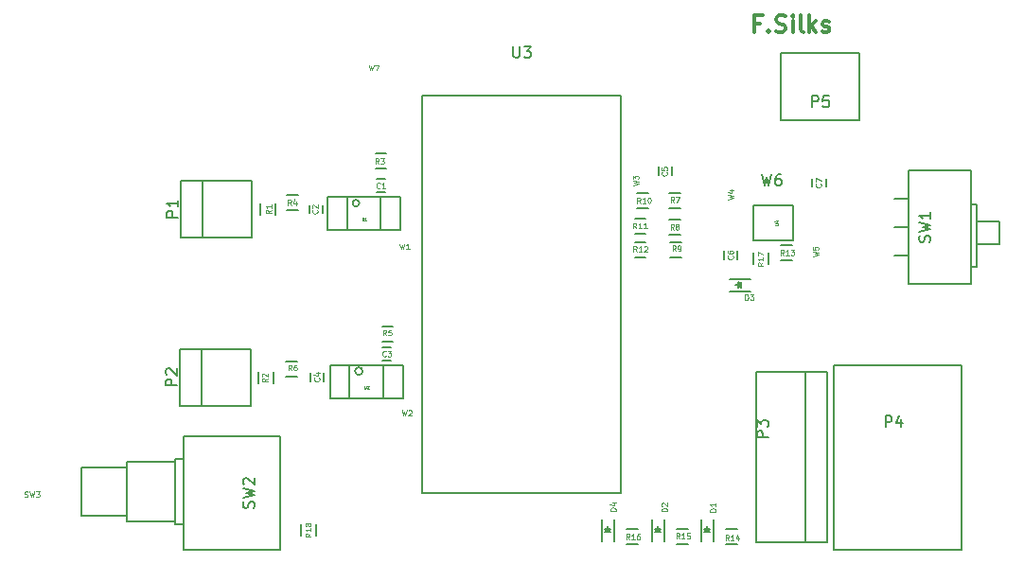
<source format=gbr>
G04 #@! TF.FileFunction,Legend,Top*
%FSLAX46Y46*%
G04 Gerber Fmt 4.6, Leading zero omitted, Abs format (unit mm)*
G04 Created by KiCad (PCBNEW 4.0.2+dfsg1-stable) date mar. 31 janv. 2017 18:36:30 CET*
%MOMM*%
G01*
G04 APERTURE LIST*
%ADD10C,0.050000*%
%ADD11C,0.300000*%
%ADD12C,0.200000*%
%ADD13C,0.150000*%
%ADD14C,0.048400*%
%ADD15C,0.060000*%
G04 APERTURE END LIST*
D10*
D11*
X21308572Y24237143D02*
X20808572Y24237143D01*
X20808572Y23451429D02*
X20808572Y24951429D01*
X21522858Y24951429D01*
X22094286Y23594286D02*
X22165714Y23522857D01*
X22094286Y23451429D01*
X22022857Y23522857D01*
X22094286Y23594286D01*
X22094286Y23451429D01*
X22737143Y23522857D02*
X22951429Y23451429D01*
X23308572Y23451429D01*
X23451429Y23522857D01*
X23522858Y23594286D01*
X23594286Y23737143D01*
X23594286Y23880000D01*
X23522858Y24022857D01*
X23451429Y24094286D01*
X23308572Y24165714D01*
X23022858Y24237143D01*
X22880000Y24308571D01*
X22808572Y24380000D01*
X22737143Y24522857D01*
X22737143Y24665714D01*
X22808572Y24808571D01*
X22880000Y24880000D01*
X23022858Y24951429D01*
X23380000Y24951429D01*
X23594286Y24880000D01*
X24237143Y23451429D02*
X24237143Y24451429D01*
X24237143Y24951429D02*
X24165714Y24880000D01*
X24237143Y24808571D01*
X24308571Y24880000D01*
X24237143Y24951429D01*
X24237143Y24808571D01*
X25165715Y23451429D02*
X25022857Y23522857D01*
X24951429Y23665714D01*
X24951429Y24951429D01*
X25737143Y23451429D02*
X25737143Y24951429D01*
X25880000Y24022857D02*
X26308571Y23451429D01*
X26308571Y24451429D02*
X25737143Y23880000D01*
X26880000Y23522857D02*
X27022857Y23451429D01*
X27308572Y23451429D01*
X27451429Y23522857D01*
X27522857Y23665714D01*
X27522857Y23737143D01*
X27451429Y23880000D01*
X27308572Y23951429D01*
X27094286Y23951429D01*
X26951429Y24022857D01*
X26880000Y24165714D01*
X26880000Y24237143D01*
X26951429Y24380000D01*
X27094286Y24451429D01*
X27308572Y24451429D01*
X27451429Y24380000D01*
D12*
X-14240722Y-6883400D02*
G75*
G03X-14240722Y-6883400I-338878J0D01*
G01*
X-14527743Y8153400D02*
G75*
G03X-14527743Y8153400I-305857J0D01*
G01*
D13*
X23200000Y4385000D02*
X24200000Y4385000D01*
X24200000Y3035000D02*
X23200000Y3035000D01*
X-12950000Y10310000D02*
X-12250000Y10310000D01*
X-12250000Y9110000D02*
X-12950000Y9110000D01*
X-17800000Y7960000D02*
X-17800000Y7260000D01*
X-19000000Y7260000D02*
X-19000000Y7960000D01*
X-12450000Y-4725000D02*
X-11750000Y-4725000D01*
X-11750000Y-5925000D02*
X-12450000Y-5925000D01*
X-17700000Y-7075000D02*
X-17700000Y-7775000D01*
X-18900000Y-7775000D02*
X-18900000Y-7075000D01*
X13427000Y11399000D02*
X13427000Y10699000D01*
X12227000Y10699000D02*
X12227000Y11399000D01*
X19300000Y3860000D02*
X19300000Y3160000D01*
X18100000Y3160000D02*
X18100000Y3860000D01*
X27200000Y10360000D02*
X27200000Y9660000D01*
X26000000Y9660000D02*
X26000000Y10360000D01*
X17150000Y-22090000D02*
X17150000Y-20190000D01*
X16050000Y-22090000D02*
X16050000Y-20190000D01*
X16600000Y-21190000D02*
X16600000Y-20740000D01*
X16350000Y-21240000D02*
X16850000Y-21240000D01*
X16600000Y-21240000D02*
X16350000Y-20990000D01*
X16350000Y-20990000D02*
X16850000Y-20990000D01*
X16850000Y-20990000D02*
X16600000Y-21240000D01*
X12750000Y-22090000D02*
X12750000Y-20190000D01*
X11650000Y-22090000D02*
X11650000Y-20190000D01*
X12200000Y-21190000D02*
X12200000Y-20740000D01*
X11950000Y-21240000D02*
X12450000Y-21240000D01*
X12200000Y-21240000D02*
X11950000Y-20990000D01*
X11950000Y-20990000D02*
X12450000Y-20990000D01*
X12450000Y-20990000D02*
X12200000Y-21240000D01*
X20500000Y1360000D02*
X18600000Y1360000D01*
X20500000Y260000D02*
X18600000Y260000D01*
X19600000Y810000D02*
X19150000Y810000D01*
X19650000Y560000D02*
X19650000Y1060000D01*
X19650000Y810000D02*
X19400000Y560000D01*
X19400000Y560000D02*
X19400000Y1060000D01*
X19400000Y1060000D02*
X19650000Y810000D01*
X8250000Y-22090000D02*
X8250000Y-20190000D01*
X7150000Y-22090000D02*
X7150000Y-20190000D01*
X7700000Y-21190000D02*
X7700000Y-20740000D01*
X7450000Y-21240000D02*
X7950000Y-21240000D01*
X7700000Y-21240000D02*
X7450000Y-20990000D01*
X7450000Y-20990000D02*
X7950000Y-20990000D01*
X7950000Y-20990000D02*
X7700000Y-21240000D01*
X-28575000Y10160000D02*
X-28575000Y5080000D01*
X-24130000Y10160000D02*
X-24130000Y5080000D01*
X-30480000Y5080000D02*
X-30480000Y10160000D01*
X-30480000Y5080000D02*
X-24130000Y5080000D01*
X-30480000Y10160000D02*
X-24130000Y10160000D01*
X-28670000Y-4885000D02*
X-28670000Y-9965000D01*
X-24225000Y-4885000D02*
X-24225000Y-9965000D01*
X-30575000Y-9965000D02*
X-30575000Y-4885000D01*
X-30575000Y-9965000D02*
X-24225000Y-9965000D01*
X-30575000Y-4885000D02*
X-24225000Y-4885000D01*
X20955000Y-14605000D02*
X20955000Y-22225000D01*
X25400000Y-14605000D02*
X25400000Y-22225000D01*
X27305000Y-14605000D02*
X27305000Y-22225000D01*
X27305000Y-6985000D02*
X20955000Y-6985000D01*
X27305000Y-22225000D02*
X20955000Y-22225000D01*
X25400000Y-14605000D02*
X25400000Y-6985000D01*
X27305000Y-6985000D02*
X27305000Y-14605000D01*
X20955000Y-14605000D02*
X20955000Y-6985000D01*
X23170000Y21550000D02*
X30170000Y21550000D01*
X30170000Y21550000D02*
X30170000Y15550000D01*
X30170000Y15550000D02*
X23170000Y15550000D01*
X23170000Y15550000D02*
X23170000Y21550000D01*
X-23375000Y7110000D02*
X-23375000Y8110000D01*
X-22025000Y8110000D02*
X-22025000Y7110000D01*
X-23575000Y-7925000D02*
X-23575000Y-6925000D01*
X-22225000Y-6925000D02*
X-22225000Y-7925000D01*
X-13100000Y12585000D02*
X-12100000Y12585000D01*
X-12100000Y11235000D02*
X-13100000Y11235000D01*
X-21000000Y8885000D02*
X-20000000Y8885000D01*
X-20000000Y7535000D02*
X-21000000Y7535000D01*
X-12500000Y-2850000D02*
X-11500000Y-2850000D01*
X-11500000Y-4200000D02*
X-12500000Y-4200000D01*
X-21100000Y-6050000D02*
X-20100000Y-6050000D01*
X-20100000Y-7400000D02*
X-21100000Y-7400000D01*
X13200000Y9085000D02*
X14200000Y9085000D01*
X14200000Y7735000D02*
X13200000Y7735000D01*
X13200000Y6685000D02*
X14200000Y6685000D01*
X14200000Y5335000D02*
X13200000Y5335000D01*
X13300000Y4685000D02*
X14300000Y4685000D01*
X14300000Y3335000D02*
X13300000Y3335000D01*
X11300000Y7735000D02*
X10300000Y7735000D01*
X10300000Y9085000D02*
X11300000Y9085000D01*
X11100000Y5435000D02*
X10100000Y5435000D01*
X10100000Y6785000D02*
X11100000Y6785000D01*
X11100000Y3335000D02*
X10100000Y3335000D01*
X10100000Y4685000D02*
X11100000Y4685000D01*
X18300000Y-21015000D02*
X19300000Y-21015000D01*
X19300000Y-22365000D02*
X18300000Y-22365000D01*
X13900000Y-21015000D02*
X14900000Y-21015000D01*
X14900000Y-22365000D02*
X13900000Y-22365000D01*
X9400000Y-21015000D02*
X10400000Y-21015000D01*
X10400000Y-22365000D02*
X9400000Y-22365000D01*
X22075000Y3710000D02*
X22075000Y2710000D01*
X20725000Y2710000D02*
X20725000Y3710000D01*
X-15600000Y8710000D02*
X-15600000Y5710000D01*
X-12600000Y8710000D02*
X-12600000Y5710000D01*
X-10850000Y5710000D02*
X-17350000Y5710000D01*
X-17350000Y8710000D02*
X-10850000Y8710000D01*
X-17350000Y8710000D02*
X-17350000Y5710000D01*
X-10850000Y8710000D02*
X-10850000Y5710000D01*
X-15400000Y-6325000D02*
X-15400000Y-9325000D01*
X-12400000Y-6325000D02*
X-12400000Y-9325000D01*
X-10650000Y-9325000D02*
X-17150000Y-9325000D01*
X-17150000Y-6325000D02*
X-10650000Y-6325000D01*
X-17150000Y-6325000D02*
X-17150000Y-9325000D01*
X-10650000Y-6325000D02*
X-10650000Y-9325000D01*
X20700000Y4830000D02*
X20700000Y7930000D01*
X20700000Y7930000D02*
X24300000Y7930000D01*
X24300000Y7930000D02*
X24300000Y4830000D01*
X24300000Y4830000D02*
X20700000Y4830000D01*
X-19750400Y-21556600D02*
X-19750400Y-20556600D01*
X-18400400Y-20556600D02*
X-18400400Y-21556600D01*
X-39370000Y-15494000D02*
X-39370000Y-19812000D01*
X-30226000Y-12700000D02*
X-21590000Y-12700000D01*
X-21590000Y-22860000D02*
X-30226000Y-22860000D01*
X-35306000Y-19812000D02*
X-39370000Y-19812000D01*
X-35306000Y-15494000D02*
X-39370000Y-15494000D01*
X-30988000Y-14986000D02*
X-35306000Y-14986000D01*
X-35306000Y-14986000D02*
X-35306000Y-20320000D01*
X-35306000Y-20320000D02*
X-30988000Y-20320000D01*
X-30480000Y-14732000D02*
X-30226000Y-14732000D01*
X-30988000Y-20320000D02*
X-30988000Y-20574000D01*
X-30988000Y-20574000D02*
X-30226000Y-20574000D01*
X-30480000Y-14732000D02*
X-30988000Y-14732000D01*
X-30988000Y-14732000D02*
X-30988000Y-20320000D01*
X-30226000Y-12700000D02*
X-30226000Y-22860000D01*
X-21590000Y-12700000D02*
X-21590000Y-22860000D01*
X40158000Y11090000D02*
X40158000Y930000D01*
X34570000Y930000D02*
X34570000Y11090000D01*
X40666000Y6518000D02*
X42698000Y6518000D01*
X40666000Y4486000D02*
X42698000Y4486000D01*
X40158000Y2454000D02*
X40666000Y2454000D01*
X40666000Y2454000D02*
X40666000Y8042000D01*
X40666000Y8042000D02*
X40158000Y8042000D01*
X42698000Y4486000D02*
X42698000Y6518000D01*
X33300000Y8550000D02*
X34570000Y8550000D01*
X33300000Y6010000D02*
X34570000Y6010000D01*
X33300000Y3470000D02*
X34570000Y3470000D01*
X34570000Y11090000D02*
X40158000Y11090000D01*
X34570000Y930000D02*
X40158000Y930000D01*
X-8890000Y17780000D02*
X8890000Y17780000D01*
X8890000Y17780000D02*
X8890000Y-17780000D01*
X8890000Y-17780000D02*
X-8890000Y-17780000D01*
X-8890000Y-17780000D02*
X-8890000Y17780000D01*
X39370000Y-6350000D02*
X27940000Y-6350000D01*
X27940000Y-6350000D02*
X27940000Y-22860000D01*
X27940000Y-22860000D02*
X39370000Y-22860000D01*
X39370000Y-22860000D02*
X39370000Y-6350000D01*
D14*
X23434515Y3487429D02*
X23270515Y3721714D01*
X23153372Y3487429D02*
X23153372Y3979429D01*
X23340800Y3979429D01*
X23387658Y3956000D01*
X23411086Y3932571D01*
X23434515Y3885714D01*
X23434515Y3815429D01*
X23411086Y3768571D01*
X23387658Y3745143D01*
X23340800Y3721714D01*
X23153372Y3721714D01*
X23903086Y3487429D02*
X23621943Y3487429D01*
X23762515Y3487429D02*
X23762515Y3979429D01*
X23715658Y3909143D01*
X23668800Y3862286D01*
X23621943Y3838857D01*
X24067086Y3979429D02*
X24371657Y3979429D01*
X24207657Y3792000D01*
X24277943Y3792000D01*
X24324800Y3768571D01*
X24348229Y3745143D01*
X24371657Y3698286D01*
X24371657Y3581143D01*
X24348229Y3534286D01*
X24324800Y3510857D01*
X24277943Y3487429D01*
X24137371Y3487429D01*
X24090514Y3510857D01*
X24067086Y3534286D01*
X-12681999Y9534286D02*
X-12705428Y9510857D01*
X-12775714Y9487429D01*
X-12822571Y9487429D01*
X-12892856Y9510857D01*
X-12939714Y9557714D01*
X-12963142Y9604571D01*
X-12986571Y9698286D01*
X-12986571Y9768571D01*
X-12963142Y9862286D01*
X-12939714Y9909143D01*
X-12892856Y9956000D01*
X-12822571Y9979429D01*
X-12775714Y9979429D01*
X-12705428Y9956000D01*
X-12681999Y9932571D01*
X-12213428Y9487429D02*
X-12494571Y9487429D01*
X-12353999Y9487429D02*
X-12353999Y9979429D01*
X-12400856Y9909143D01*
X-12447714Y9862286D01*
X-12494571Y9838857D01*
X-18314286Y7528001D02*
X-18290857Y7504572D01*
X-18267429Y7434286D01*
X-18267429Y7387429D01*
X-18290857Y7317144D01*
X-18337714Y7270286D01*
X-18384571Y7246858D01*
X-18478286Y7223429D01*
X-18548571Y7223429D01*
X-18642286Y7246858D01*
X-18689143Y7270286D01*
X-18736000Y7317144D01*
X-18759429Y7387429D01*
X-18759429Y7434286D01*
X-18736000Y7504572D01*
X-18712571Y7528001D01*
X-18712571Y7715429D02*
X-18736000Y7738858D01*
X-18759429Y7785715D01*
X-18759429Y7902858D01*
X-18736000Y7949715D01*
X-18712571Y7973144D01*
X-18665714Y7996572D01*
X-18618857Y7996572D01*
X-18548571Y7973144D01*
X-18267429Y7692001D01*
X-18267429Y7996572D01*
X-12161999Y-5520714D02*
X-12185428Y-5544143D01*
X-12255714Y-5567571D01*
X-12302571Y-5567571D01*
X-12372856Y-5544143D01*
X-12419714Y-5497286D01*
X-12443142Y-5450429D01*
X-12466571Y-5356714D01*
X-12466571Y-5286429D01*
X-12443142Y-5192714D01*
X-12419714Y-5145857D01*
X-12372856Y-5099000D01*
X-12302571Y-5075571D01*
X-12255714Y-5075571D01*
X-12185428Y-5099000D01*
X-12161999Y-5122429D01*
X-11997999Y-5075571D02*
X-11693428Y-5075571D01*
X-11857428Y-5263000D01*
X-11787142Y-5263000D01*
X-11740285Y-5286429D01*
X-11716856Y-5309857D01*
X-11693428Y-5356714D01*
X-11693428Y-5473857D01*
X-11716856Y-5520714D01*
X-11740285Y-5544143D01*
X-11787142Y-5567571D01*
X-11927714Y-5567571D01*
X-11974571Y-5544143D01*
X-11997999Y-5520714D01*
X-18144286Y-7476999D02*
X-18120857Y-7500428D01*
X-18097429Y-7570714D01*
X-18097429Y-7617571D01*
X-18120857Y-7687856D01*
X-18167714Y-7734714D01*
X-18214571Y-7758142D01*
X-18308286Y-7781571D01*
X-18378571Y-7781571D01*
X-18472286Y-7758142D01*
X-18519143Y-7734714D01*
X-18566000Y-7687856D01*
X-18589429Y-7617571D01*
X-18589429Y-7570714D01*
X-18566000Y-7500428D01*
X-18542571Y-7476999D01*
X-18425429Y-7055285D02*
X-18097429Y-7055285D01*
X-18612857Y-7172428D02*
X-18261429Y-7289571D01*
X-18261429Y-6984999D01*
X12951914Y10916201D02*
X12975343Y10892772D01*
X12998771Y10822486D01*
X12998771Y10775629D01*
X12975343Y10705344D01*
X12928486Y10658486D01*
X12881629Y10635058D01*
X12787914Y10611629D01*
X12717629Y10611629D01*
X12623914Y10635058D01*
X12577057Y10658486D01*
X12530200Y10705344D01*
X12506771Y10775629D01*
X12506771Y10822486D01*
X12530200Y10892772D01*
X12553629Y10916201D01*
X12506771Y11361344D02*
X12506771Y11127058D01*
X12741057Y11103629D01*
X12717629Y11127058D01*
X12694200Y11173915D01*
X12694200Y11291058D01*
X12717629Y11337915D01*
X12741057Y11361344D01*
X12787914Y11384772D01*
X12905057Y11384772D01*
X12951914Y11361344D01*
X12975343Y11337915D01*
X12998771Y11291058D01*
X12998771Y11173915D01*
X12975343Y11127058D01*
X12951914Y11103629D01*
X18865714Y3448001D02*
X18889143Y3424572D01*
X18912571Y3354286D01*
X18912571Y3307429D01*
X18889143Y3237144D01*
X18842286Y3190286D01*
X18795429Y3166858D01*
X18701714Y3143429D01*
X18631429Y3143429D01*
X18537714Y3166858D01*
X18490857Y3190286D01*
X18444000Y3237144D01*
X18420571Y3307429D01*
X18420571Y3354286D01*
X18444000Y3424572D01*
X18467429Y3448001D01*
X18420571Y3869715D02*
X18420571Y3776001D01*
X18444000Y3729144D01*
X18467429Y3705715D01*
X18537714Y3658858D01*
X18631429Y3635429D01*
X18818857Y3635429D01*
X18865714Y3658858D01*
X18889143Y3682286D01*
X18912571Y3729144D01*
X18912571Y3822858D01*
X18889143Y3869715D01*
X18865714Y3893144D01*
X18818857Y3916572D01*
X18701714Y3916572D01*
X18654857Y3893144D01*
X18631429Y3869715D01*
X18608000Y3822858D01*
X18608000Y3729144D01*
X18631429Y3682286D01*
X18654857Y3658858D01*
X18701714Y3635429D01*
X26725714Y9878001D02*
X26749143Y9854572D01*
X26772571Y9784286D01*
X26772571Y9737429D01*
X26749143Y9667144D01*
X26702286Y9620286D01*
X26655429Y9596858D01*
X26561714Y9573429D01*
X26491429Y9573429D01*
X26397714Y9596858D01*
X26350857Y9620286D01*
X26304000Y9667144D01*
X26280571Y9737429D01*
X26280571Y9784286D01*
X26304000Y9854572D01*
X26327429Y9878001D01*
X26280571Y10042001D02*
X26280571Y10370001D01*
X26772571Y10159144D01*
X17355971Y-19448142D02*
X16863971Y-19448142D01*
X16863971Y-19330999D01*
X16887400Y-19260714D01*
X16934257Y-19213856D01*
X16981114Y-19190428D01*
X17074829Y-19166999D01*
X17145114Y-19166999D01*
X17238829Y-19190428D01*
X17285686Y-19213856D01*
X17332543Y-19260714D01*
X17355971Y-19330999D01*
X17355971Y-19448142D01*
X17355971Y-18698428D02*
X17355971Y-18979571D01*
X17355971Y-18838999D02*
X16863971Y-18838999D01*
X16934257Y-18885856D01*
X16981114Y-18932714D01*
X17004543Y-18979571D01*
X13006771Y-19422742D02*
X12514771Y-19422742D01*
X12514771Y-19305599D01*
X12538200Y-19235314D01*
X12585057Y-19188456D01*
X12631914Y-19165028D01*
X12725629Y-19141599D01*
X12795914Y-19141599D01*
X12889629Y-19165028D01*
X12936486Y-19188456D01*
X12983343Y-19235314D01*
X13006771Y-19305599D01*
X13006771Y-19422742D01*
X12561629Y-18954171D02*
X12538200Y-18930742D01*
X12514771Y-18883885D01*
X12514771Y-18766742D01*
X12538200Y-18719885D01*
X12561629Y-18696456D01*
X12608486Y-18673028D01*
X12655343Y-18673028D01*
X12725629Y-18696456D01*
X13006771Y-18977599D01*
X13006771Y-18673028D01*
X19986858Y-512571D02*
X19986858Y-20571D01*
X20104001Y-20571D01*
X20174286Y-44000D01*
X20221144Y-90857D01*
X20244572Y-137714D01*
X20268001Y-231429D01*
X20268001Y-301714D01*
X20244572Y-395429D01*
X20221144Y-442286D01*
X20174286Y-489143D01*
X20104001Y-512571D01*
X19986858Y-512571D01*
X20432001Y-20571D02*
X20736572Y-20571D01*
X20572572Y-208000D01*
X20642858Y-208000D01*
X20689715Y-231429D01*
X20713144Y-254857D01*
X20736572Y-301714D01*
X20736572Y-418857D01*
X20713144Y-465714D01*
X20689715Y-489143D01*
X20642858Y-512571D01*
X20502286Y-512571D01*
X20455429Y-489143D01*
X20432001Y-465714D01*
X8405171Y-19371942D02*
X7913171Y-19371942D01*
X7913171Y-19254799D01*
X7936600Y-19184514D01*
X7983457Y-19137656D01*
X8030314Y-19114228D01*
X8124029Y-19090799D01*
X8194314Y-19090799D01*
X8288029Y-19114228D01*
X8334886Y-19137656D01*
X8381743Y-19184514D01*
X8405171Y-19254799D01*
X8405171Y-19371942D01*
X8077171Y-18669085D02*
X8405171Y-18669085D01*
X7889743Y-18786228D02*
X8241171Y-18903371D01*
X8241171Y-18598799D01*
D13*
X-30752619Y6881905D02*
X-31752619Y6881905D01*
X-31752619Y7262858D01*
X-31705000Y7358096D01*
X-31657381Y7405715D01*
X-31562143Y7453334D01*
X-31419286Y7453334D01*
X-31324048Y7405715D01*
X-31276429Y7358096D01*
X-31228810Y7262858D01*
X-31228810Y6881905D01*
X-30752619Y8405715D02*
X-30752619Y7834286D01*
X-30752619Y8120000D02*
X-31752619Y8120000D01*
X-31609762Y8024762D01*
X-31514524Y7929524D01*
X-31466905Y7834286D01*
X-30847619Y-8163095D02*
X-31847619Y-8163095D01*
X-31847619Y-7782142D01*
X-31800000Y-7686904D01*
X-31752381Y-7639285D01*
X-31657143Y-7591666D01*
X-31514286Y-7591666D01*
X-31419048Y-7639285D01*
X-31371429Y-7686904D01*
X-31323810Y-7782142D01*
X-31323810Y-8163095D01*
X-31752381Y-7210714D02*
X-31800000Y-7163095D01*
X-31847619Y-7067857D01*
X-31847619Y-6829761D01*
X-31800000Y-6734523D01*
X-31752381Y-6686904D01*
X-31657143Y-6639285D01*
X-31561905Y-6639285D01*
X-31419048Y-6686904D01*
X-30847619Y-7258333D01*
X-30847619Y-6639285D01*
X22042381Y-12803095D02*
X21042381Y-12803095D01*
X21042381Y-12422142D01*
X21090000Y-12326904D01*
X21137619Y-12279285D01*
X21232857Y-12231666D01*
X21375714Y-12231666D01*
X21470952Y-12279285D01*
X21518571Y-12326904D01*
X21566190Y-12422142D01*
X21566190Y-12803095D01*
X21042381Y-11898333D02*
X21042381Y-11279285D01*
X21423333Y-11612619D01*
X21423333Y-11469761D01*
X21470952Y-11374523D01*
X21518571Y-11326904D01*
X21613810Y-11279285D01*
X21851905Y-11279285D01*
X21947143Y-11326904D01*
X21994762Y-11374523D01*
X22042381Y-11469761D01*
X22042381Y-11755476D01*
X21994762Y-11850714D01*
X21947143Y-11898333D01*
X25981905Y16747619D02*
X25981905Y17747619D01*
X26362858Y17747619D01*
X26458096Y17700000D01*
X26505715Y17652381D01*
X26553334Y17557143D01*
X26553334Y17414286D01*
X26505715Y17319048D01*
X26458096Y17271429D01*
X26362858Y17223810D01*
X25981905Y17223810D01*
X27458096Y17747619D02*
X26981905Y17747619D01*
X26934286Y17271429D01*
X26981905Y17319048D01*
X27077143Y17366667D01*
X27315239Y17366667D01*
X27410477Y17319048D01*
X27458096Y17271429D01*
X27505715Y17176190D01*
X27505715Y16938095D01*
X27458096Y16842857D01*
X27410477Y16795238D01*
X27315239Y16747619D01*
X27077143Y16747619D01*
X26981905Y16795238D01*
X26934286Y16842857D01*
D14*
X-22417429Y7528001D02*
X-22651714Y7364001D01*
X-22417429Y7246858D02*
X-22909429Y7246858D01*
X-22909429Y7434286D01*
X-22886000Y7481144D01*
X-22862571Y7504572D01*
X-22815714Y7528001D01*
X-22745429Y7528001D01*
X-22698571Y7504572D01*
X-22675143Y7481144D01*
X-22651714Y7434286D01*
X-22651714Y7246858D01*
X-22417429Y7996572D02*
X-22417429Y7715429D01*
X-22417429Y7856001D02*
X-22909429Y7856001D01*
X-22839143Y7809144D01*
X-22792286Y7762286D01*
X-22768857Y7715429D01*
X-22737429Y-7546999D02*
X-22971714Y-7710999D01*
X-22737429Y-7828142D02*
X-23229429Y-7828142D01*
X-23229429Y-7640714D01*
X-23206000Y-7593856D01*
X-23182571Y-7570428D01*
X-23135714Y-7546999D01*
X-23065429Y-7546999D01*
X-23018571Y-7570428D01*
X-22995143Y-7593856D01*
X-22971714Y-7640714D01*
X-22971714Y-7828142D01*
X-23182571Y-7359571D02*
X-23206000Y-7336142D01*
X-23229429Y-7289285D01*
X-23229429Y-7172142D01*
X-23206000Y-7125285D01*
X-23182571Y-7101856D01*
X-23135714Y-7078428D01*
X-23088857Y-7078428D01*
X-23018571Y-7101856D01*
X-22737429Y-7382999D01*
X-22737429Y-7078428D01*
X-12801999Y11657429D02*
X-12965999Y11891714D01*
X-13083142Y11657429D02*
X-13083142Y12149429D01*
X-12895714Y12149429D01*
X-12848856Y12126000D01*
X-12825428Y12102571D01*
X-12801999Y12055714D01*
X-12801999Y11985429D01*
X-12825428Y11938571D01*
X-12848856Y11915143D01*
X-12895714Y11891714D01*
X-13083142Y11891714D01*
X-12637999Y12149429D02*
X-12333428Y12149429D01*
X-12497428Y11962000D01*
X-12427142Y11962000D01*
X-12380285Y11938571D01*
X-12356856Y11915143D01*
X-12333428Y11868286D01*
X-12333428Y11751143D01*
X-12356856Y11704286D01*
X-12380285Y11680857D01*
X-12427142Y11657429D01*
X-12567714Y11657429D01*
X-12614571Y11680857D01*
X-12637999Y11704286D01*
X-20621999Y7987429D02*
X-20785999Y8221714D01*
X-20903142Y7987429D02*
X-20903142Y8479429D01*
X-20715714Y8479429D01*
X-20668856Y8456000D01*
X-20645428Y8432571D01*
X-20621999Y8385714D01*
X-20621999Y8315429D01*
X-20645428Y8268571D01*
X-20668856Y8245143D01*
X-20715714Y8221714D01*
X-20903142Y8221714D01*
X-20200285Y8315429D02*
X-20200285Y7987429D01*
X-20317428Y8502857D02*
X-20434571Y8151429D01*
X-20129999Y8151429D01*
X-12131999Y-3687571D02*
X-12295999Y-3453286D01*
X-12413142Y-3687571D02*
X-12413142Y-3195571D01*
X-12225714Y-3195571D01*
X-12178856Y-3219000D01*
X-12155428Y-3242429D01*
X-12131999Y-3289286D01*
X-12131999Y-3359571D01*
X-12155428Y-3406429D01*
X-12178856Y-3429857D01*
X-12225714Y-3453286D01*
X-12413142Y-3453286D01*
X-11686856Y-3195571D02*
X-11921142Y-3195571D01*
X-11944571Y-3429857D01*
X-11921142Y-3406429D01*
X-11874285Y-3383000D01*
X-11757142Y-3383000D01*
X-11710285Y-3406429D01*
X-11686856Y-3429857D01*
X-11663428Y-3476714D01*
X-11663428Y-3593857D01*
X-11686856Y-3640714D01*
X-11710285Y-3664143D01*
X-11757142Y-3687571D01*
X-11874285Y-3687571D01*
X-11921142Y-3664143D01*
X-11944571Y-3640714D01*
X-20581999Y-6817571D02*
X-20745999Y-6583286D01*
X-20863142Y-6817571D02*
X-20863142Y-6325571D01*
X-20675714Y-6325571D01*
X-20628856Y-6349000D01*
X-20605428Y-6372429D01*
X-20581999Y-6419286D01*
X-20581999Y-6489571D01*
X-20605428Y-6536429D01*
X-20628856Y-6559857D01*
X-20675714Y-6583286D01*
X-20863142Y-6583286D01*
X-20160285Y-6325571D02*
X-20253999Y-6325571D01*
X-20300856Y-6349000D01*
X-20324285Y-6372429D01*
X-20371142Y-6442714D01*
X-20394571Y-6536429D01*
X-20394571Y-6723857D01*
X-20371142Y-6770714D01*
X-20347714Y-6794143D01*
X-20300856Y-6817571D01*
X-20207142Y-6817571D01*
X-20160285Y-6794143D01*
X-20136856Y-6770714D01*
X-20113428Y-6723857D01*
X-20113428Y-6606714D01*
X-20136856Y-6559857D01*
X-20160285Y-6536429D01*
X-20207142Y-6513000D01*
X-20300856Y-6513000D01*
X-20347714Y-6536429D01*
X-20371142Y-6559857D01*
X-20394571Y-6606714D01*
X13618001Y8238229D02*
X13454001Y8472514D01*
X13336858Y8238229D02*
X13336858Y8730229D01*
X13524286Y8730229D01*
X13571144Y8706800D01*
X13594572Y8683371D01*
X13618001Y8636514D01*
X13618001Y8566229D01*
X13594572Y8519371D01*
X13571144Y8495943D01*
X13524286Y8472514D01*
X13336858Y8472514D01*
X13782001Y8730229D02*
X14110001Y8730229D01*
X13899144Y8238229D01*
X13592601Y5787429D02*
X13428601Y6021714D01*
X13311458Y5787429D02*
X13311458Y6279429D01*
X13498886Y6279429D01*
X13545744Y6256000D01*
X13569172Y6232571D01*
X13592601Y6185714D01*
X13592601Y6115429D01*
X13569172Y6068571D01*
X13545744Y6045143D01*
X13498886Y6021714D01*
X13311458Y6021714D01*
X13873744Y6068571D02*
X13826886Y6092000D01*
X13803458Y6115429D01*
X13780029Y6162286D01*
X13780029Y6185714D01*
X13803458Y6232571D01*
X13826886Y6256000D01*
X13873744Y6279429D01*
X13967458Y6279429D01*
X14014315Y6256000D01*
X14037744Y6232571D01*
X14061172Y6185714D01*
X14061172Y6162286D01*
X14037744Y6115429D01*
X14014315Y6092000D01*
X13967458Y6068571D01*
X13873744Y6068571D01*
X13826886Y6045143D01*
X13803458Y6021714D01*
X13780029Y5974857D01*
X13780029Y5881143D01*
X13803458Y5834286D01*
X13826886Y5810857D01*
X13873744Y5787429D01*
X13967458Y5787429D01*
X14014315Y5810857D01*
X14037744Y5834286D01*
X14061172Y5881143D01*
X14061172Y5974857D01*
X14037744Y6021714D01*
X14014315Y6045143D01*
X13967458Y6068571D01*
X13768801Y3863629D02*
X13604801Y4097914D01*
X13487658Y3863629D02*
X13487658Y4355629D01*
X13675086Y4355629D01*
X13721944Y4332200D01*
X13745372Y4308771D01*
X13768801Y4261914D01*
X13768801Y4191629D01*
X13745372Y4144771D01*
X13721944Y4121343D01*
X13675086Y4097914D01*
X13487658Y4097914D01*
X14003086Y3863629D02*
X14096801Y3863629D01*
X14143658Y3887057D01*
X14167086Y3910486D01*
X14213944Y3980771D01*
X14237372Y4074486D01*
X14237372Y4261914D01*
X14213944Y4308771D01*
X14190515Y4332200D01*
X14143658Y4355629D01*
X14049944Y4355629D01*
X14003086Y4332200D01*
X13979658Y4308771D01*
X13956229Y4261914D01*
X13956229Y4144771D01*
X13979658Y4097914D01*
X14003086Y4074486D01*
X14049944Y4051057D01*
X14143658Y4051057D01*
X14190515Y4074486D01*
X14213944Y4097914D01*
X14237372Y4144771D01*
X10610715Y8162029D02*
X10446715Y8396314D01*
X10329572Y8162029D02*
X10329572Y8654029D01*
X10517000Y8654029D01*
X10563858Y8630600D01*
X10587286Y8607171D01*
X10610715Y8560314D01*
X10610715Y8490029D01*
X10587286Y8443171D01*
X10563858Y8419743D01*
X10517000Y8396314D01*
X10329572Y8396314D01*
X11079286Y8162029D02*
X10798143Y8162029D01*
X10938715Y8162029D02*
X10938715Y8654029D01*
X10891858Y8583743D01*
X10845000Y8536886D01*
X10798143Y8513457D01*
X11383857Y8654029D02*
X11430714Y8654029D01*
X11477571Y8630600D01*
X11501000Y8607171D01*
X11524429Y8560314D01*
X11547857Y8466600D01*
X11547857Y8349457D01*
X11524429Y8255743D01*
X11501000Y8208886D01*
X11477571Y8185457D01*
X11430714Y8162029D01*
X11383857Y8162029D01*
X11337000Y8185457D01*
X11313571Y8208886D01*
X11290143Y8255743D01*
X11266714Y8349457D01*
X11266714Y8466600D01*
X11290143Y8560314D01*
X11313571Y8607171D01*
X11337000Y8630600D01*
X11383857Y8654029D01*
X10258315Y5887429D02*
X10094315Y6121714D01*
X9977172Y5887429D02*
X9977172Y6379429D01*
X10164600Y6379429D01*
X10211458Y6356000D01*
X10234886Y6332571D01*
X10258315Y6285714D01*
X10258315Y6215429D01*
X10234886Y6168571D01*
X10211458Y6145143D01*
X10164600Y6121714D01*
X9977172Y6121714D01*
X10726886Y5887429D02*
X10445743Y5887429D01*
X10586315Y5887429D02*
X10586315Y6379429D01*
X10539458Y6309143D01*
X10492600Y6262286D01*
X10445743Y6238857D01*
X11195457Y5887429D02*
X10914314Y5887429D01*
X11054886Y5887429D02*
X11054886Y6379429D01*
X11008029Y6309143D01*
X10961171Y6262286D01*
X10914314Y6238857D01*
X10283715Y3812829D02*
X10119715Y4047114D01*
X10002572Y3812829D02*
X10002572Y4304829D01*
X10190000Y4304829D01*
X10236858Y4281400D01*
X10260286Y4257971D01*
X10283715Y4211114D01*
X10283715Y4140829D01*
X10260286Y4093971D01*
X10236858Y4070543D01*
X10190000Y4047114D01*
X10002572Y4047114D01*
X10752286Y3812829D02*
X10471143Y3812829D01*
X10611715Y3812829D02*
X10611715Y4304829D01*
X10564858Y4234543D01*
X10518000Y4187686D01*
X10471143Y4164257D01*
X10939714Y4257971D02*
X10963143Y4281400D01*
X11010000Y4304829D01*
X11127143Y4304829D01*
X11174000Y4281400D01*
X11197429Y4257971D01*
X11220857Y4211114D01*
X11220857Y4164257D01*
X11197429Y4093971D01*
X10916286Y3812829D01*
X11220857Y3812829D01*
X18509115Y-22014171D02*
X18345115Y-21779886D01*
X18227972Y-22014171D02*
X18227972Y-21522171D01*
X18415400Y-21522171D01*
X18462258Y-21545600D01*
X18485686Y-21569029D01*
X18509115Y-21615886D01*
X18509115Y-21686171D01*
X18485686Y-21733029D01*
X18462258Y-21756457D01*
X18415400Y-21779886D01*
X18227972Y-21779886D01*
X18977686Y-22014171D02*
X18696543Y-22014171D01*
X18837115Y-22014171D02*
X18837115Y-21522171D01*
X18790258Y-21592457D01*
X18743400Y-21639314D01*
X18696543Y-21662743D01*
X19399400Y-21686171D02*
X19399400Y-22014171D01*
X19282257Y-21498743D02*
X19165114Y-21850171D01*
X19469686Y-21850171D01*
X14109115Y-21861771D02*
X13945115Y-21627486D01*
X13827972Y-21861771D02*
X13827972Y-21369771D01*
X14015400Y-21369771D01*
X14062258Y-21393200D01*
X14085686Y-21416629D01*
X14109115Y-21463486D01*
X14109115Y-21533771D01*
X14085686Y-21580629D01*
X14062258Y-21604057D01*
X14015400Y-21627486D01*
X13827972Y-21627486D01*
X14577686Y-21861771D02*
X14296543Y-21861771D01*
X14437115Y-21861771D02*
X14437115Y-21369771D01*
X14390258Y-21440057D01*
X14343400Y-21486914D01*
X14296543Y-21510343D01*
X15022829Y-21369771D02*
X14788543Y-21369771D01*
X14765114Y-21604057D01*
X14788543Y-21580629D01*
X14835400Y-21557200D01*
X14952543Y-21557200D01*
X14999400Y-21580629D01*
X15022829Y-21604057D01*
X15046257Y-21650914D01*
X15046257Y-21768057D01*
X15022829Y-21814914D01*
X14999400Y-21838343D01*
X14952543Y-21861771D01*
X14835400Y-21861771D01*
X14788543Y-21838343D01*
X14765114Y-21814914D01*
X9634515Y-21937971D02*
X9470515Y-21703686D01*
X9353372Y-21937971D02*
X9353372Y-21445971D01*
X9540800Y-21445971D01*
X9587658Y-21469400D01*
X9611086Y-21492829D01*
X9634515Y-21539686D01*
X9634515Y-21609971D01*
X9611086Y-21656829D01*
X9587658Y-21680257D01*
X9540800Y-21703686D01*
X9353372Y-21703686D01*
X10103086Y-21937971D02*
X9821943Y-21937971D01*
X9962515Y-21937971D02*
X9962515Y-21445971D01*
X9915658Y-21516257D01*
X9868800Y-21563114D01*
X9821943Y-21586543D01*
X10524800Y-21445971D02*
X10431086Y-21445971D01*
X10384229Y-21469400D01*
X10360800Y-21492829D01*
X10313943Y-21563114D01*
X10290514Y-21656829D01*
X10290514Y-21844257D01*
X10313943Y-21891114D01*
X10337371Y-21914543D01*
X10384229Y-21937971D01*
X10477943Y-21937971D01*
X10524800Y-21914543D01*
X10548229Y-21891114D01*
X10571657Y-21844257D01*
X10571657Y-21727114D01*
X10548229Y-21680257D01*
X10524800Y-21656829D01*
X10477943Y-21633400D01*
X10384229Y-21633400D01*
X10337371Y-21656829D01*
X10313943Y-21680257D01*
X10290514Y-21727114D01*
X21592571Y2833715D02*
X21358286Y2669715D01*
X21592571Y2552572D02*
X21100571Y2552572D01*
X21100571Y2740000D01*
X21124000Y2786858D01*
X21147429Y2810286D01*
X21194286Y2833715D01*
X21264571Y2833715D01*
X21311429Y2810286D01*
X21334857Y2786858D01*
X21358286Y2740000D01*
X21358286Y2552572D01*
X21592571Y3302286D02*
X21592571Y3021143D01*
X21592571Y3161715D02*
X21100571Y3161715D01*
X21170857Y3114858D01*
X21217714Y3068000D01*
X21241143Y3021143D01*
X21100571Y3466286D02*
X21100571Y3794286D01*
X21592571Y3583429D01*
D15*
X-14290476Y6846905D02*
X-14290476Y6644524D01*
X-14278571Y6620714D01*
X-14266667Y6608810D01*
X-14242857Y6596905D01*
X-14195238Y6596905D01*
X-14171429Y6608810D01*
X-14159524Y6620714D01*
X-14147619Y6644524D01*
X-14147619Y6846905D01*
X-13897619Y6596905D02*
X-14040476Y6596905D01*
X-13969047Y6596905D02*
X-13969047Y6846905D01*
X-13992857Y6811190D01*
X-14016666Y6787381D01*
X-14040476Y6775476D01*
X-14090476Y-8188095D02*
X-14090476Y-8390476D01*
X-14078571Y-8414286D01*
X-14066667Y-8426190D01*
X-14042857Y-8438095D01*
X-13995238Y-8438095D01*
X-13971429Y-8426190D01*
X-13959524Y-8414286D01*
X-13947619Y-8390476D01*
X-13947619Y-8188095D01*
X-13840476Y-8211905D02*
X-13828571Y-8200000D01*
X-13804762Y-8188095D01*
X-13745238Y-8188095D01*
X-13721428Y-8200000D01*
X-13709524Y-8211905D01*
X-13697619Y-8235714D01*
X-13697619Y-8259524D01*
X-13709524Y-8295238D01*
X-13852381Y-8438095D01*
X-13697619Y-8438095D01*
D10*
X22635714Y6151429D02*
X22878571Y6151429D01*
X22907143Y6165714D01*
X22921429Y6180000D01*
X22935714Y6208571D01*
X22935714Y6265714D01*
X22921429Y6294286D01*
X22907143Y6308571D01*
X22878571Y6322857D01*
X22635714Y6322857D01*
X22735714Y6594286D02*
X22935714Y6594286D01*
X22621429Y6522857D02*
X22835714Y6451429D01*
X22835714Y6637143D01*
D14*
X-10925142Y4509429D02*
X-10807999Y4017429D01*
X-10714285Y4368857D01*
X-10620571Y4017429D01*
X-10503428Y4509429D01*
X-10058285Y4017429D02*
X-10339428Y4017429D01*
X-10198856Y4017429D02*
X-10198856Y4509429D01*
X-10245713Y4439143D01*
X-10292571Y4392286D01*
X-10339428Y4368857D01*
X-10725142Y-10355571D02*
X-10607999Y-10847571D01*
X-10514285Y-10496143D01*
X-10420571Y-10847571D01*
X-10303428Y-10355571D01*
X-10139428Y-10402429D02*
X-10115999Y-10379000D01*
X-10069142Y-10355571D01*
X-9951999Y-10355571D01*
X-9905142Y-10379000D01*
X-9881713Y-10402429D01*
X-9858285Y-10449286D01*
X-9858285Y-10496143D01*
X-9881713Y-10566429D01*
X-10162856Y-10847571D01*
X-9858285Y-10847571D01*
X9941371Y9740258D02*
X10433371Y9857401D01*
X10081943Y9951115D01*
X10433371Y10044829D01*
X9941371Y10161972D01*
X9941371Y10302544D02*
X9941371Y10607115D01*
X10128800Y10443115D01*
X10128800Y10513401D01*
X10152229Y10560258D01*
X10175657Y10583687D01*
X10222514Y10607115D01*
X10339657Y10607115D01*
X10386514Y10583687D01*
X10409943Y10560258D01*
X10433371Y10513401D01*
X10433371Y10372829D01*
X10409943Y10325972D01*
X10386514Y10302544D01*
X18420571Y8474858D02*
X18912571Y8592001D01*
X18561143Y8685715D01*
X18912571Y8779429D01*
X18420571Y8896572D01*
X18584571Y9294858D02*
X18912571Y9294858D01*
X18397143Y9177715D02*
X18748571Y9060572D01*
X18748571Y9365144D01*
X26040571Y3394858D02*
X26532571Y3512001D01*
X26181143Y3605715D01*
X26532571Y3699429D01*
X26040571Y3816572D01*
X26040571Y4238287D02*
X26040571Y4004001D01*
X26274857Y3980572D01*
X26251429Y4004001D01*
X26228000Y4050858D01*
X26228000Y4168001D01*
X26251429Y4214858D01*
X26274857Y4238287D01*
X26321714Y4261715D01*
X26438857Y4261715D01*
X26485714Y4238287D01*
X26509143Y4214858D01*
X26532571Y4168001D01*
X26532571Y4050858D01*
X26509143Y4004001D01*
X26485714Y3980572D01*
D13*
X21493638Y10737619D02*
X21731733Y9737619D01*
X21922210Y10451905D01*
X22112686Y9737619D01*
X22350781Y10737619D01*
X23160305Y10737619D02*
X22969828Y10737619D01*
X22874590Y10690000D01*
X22826971Y10642381D01*
X22731733Y10499524D01*
X22684114Y10309048D01*
X22684114Y9928095D01*
X22731733Y9832857D01*
X22779352Y9785238D01*
X22874590Y9737619D01*
X23065067Y9737619D01*
X23160305Y9785238D01*
X23207924Y9832857D01*
X23255543Y9928095D01*
X23255543Y10166190D01*
X23207924Y10261429D01*
X23160305Y10309048D01*
X23065067Y10356667D01*
X22874590Y10356667D01*
X22779352Y10309048D01*
X22731733Y10261429D01*
X22684114Y10166190D01*
D14*
X-13678542Y20513229D02*
X-13561399Y20021229D01*
X-13467685Y20372657D01*
X-13373971Y20021229D01*
X-13256828Y20513229D01*
X-13116256Y20513229D02*
X-12788256Y20513229D01*
X-12999113Y20021229D01*
X-18878229Y-21398285D02*
X-19112514Y-21562285D01*
X-18878229Y-21679428D02*
X-19370229Y-21679428D01*
X-19370229Y-21492000D01*
X-19346800Y-21445142D01*
X-19323371Y-21421714D01*
X-19276514Y-21398285D01*
X-19206229Y-21398285D01*
X-19159371Y-21421714D01*
X-19135943Y-21445142D01*
X-19112514Y-21492000D01*
X-19112514Y-21679428D01*
X-18878229Y-20929714D02*
X-18878229Y-21210857D01*
X-18878229Y-21070285D02*
X-19370229Y-21070285D01*
X-19299943Y-21117142D01*
X-19253086Y-21164000D01*
X-19229657Y-21210857D01*
X-19159371Y-20648571D02*
X-19182800Y-20695429D01*
X-19206229Y-20718857D01*
X-19253086Y-20742286D01*
X-19276514Y-20742286D01*
X-19323371Y-20718857D01*
X-19346800Y-20695429D01*
X-19370229Y-20648571D01*
X-19370229Y-20554857D01*
X-19346800Y-20508000D01*
X-19323371Y-20484571D01*
X-19276514Y-20461143D01*
X-19253086Y-20461143D01*
X-19206229Y-20484571D01*
X-19182800Y-20508000D01*
X-19159371Y-20554857D01*
X-19159371Y-20648571D01*
X-19135943Y-20695429D01*
X-19112514Y-20718857D01*
X-19065657Y-20742286D01*
X-18971943Y-20742286D01*
X-18925086Y-20718857D01*
X-18901657Y-20695429D01*
X-18878229Y-20648571D01*
X-18878229Y-20554857D01*
X-18901657Y-20508000D01*
X-18925086Y-20484571D01*
X-18971943Y-20461143D01*
X-19065657Y-20461143D01*
X-19112514Y-20484571D01*
X-19135943Y-20508000D01*
X-19159371Y-20554857D01*
X-44471000Y-18114744D02*
X-44400714Y-18138172D01*
X-44283571Y-18138172D01*
X-44236714Y-18114744D01*
X-44213285Y-18091315D01*
X-44189857Y-18044458D01*
X-44189857Y-17997601D01*
X-44213285Y-17950744D01*
X-44236714Y-17927315D01*
X-44283571Y-17903887D01*
X-44377285Y-17880458D01*
X-44424143Y-17857030D01*
X-44447571Y-17833601D01*
X-44471000Y-17786744D01*
X-44471000Y-17739887D01*
X-44447571Y-17693030D01*
X-44424143Y-17669601D01*
X-44377285Y-17646172D01*
X-44260143Y-17646172D01*
X-44189857Y-17669601D01*
X-44025857Y-17646172D02*
X-43908714Y-18138172D01*
X-43815000Y-17786744D01*
X-43721286Y-18138172D01*
X-43604143Y-17646172D01*
X-43463571Y-17646172D02*
X-43159000Y-17646172D01*
X-43323000Y-17833601D01*
X-43252714Y-17833601D01*
X-43205857Y-17857030D01*
X-43182428Y-17880458D01*
X-43159000Y-17927315D01*
X-43159000Y-18044458D01*
X-43182428Y-18091315D01*
X-43205857Y-18114744D01*
X-43252714Y-18138172D01*
X-43393286Y-18138172D01*
X-43440143Y-18114744D01*
X-43463571Y-18091315D01*
D13*
X-23979238Y-19113333D02*
X-23931619Y-18970476D01*
X-23931619Y-18732380D01*
X-23979238Y-18637142D01*
X-24026857Y-18589523D01*
X-24122095Y-18541904D01*
X-24217333Y-18541904D01*
X-24312571Y-18589523D01*
X-24360190Y-18637142D01*
X-24407810Y-18732380D01*
X-24455429Y-18922857D01*
X-24503048Y-19018095D01*
X-24550667Y-19065714D01*
X-24645905Y-19113333D01*
X-24741143Y-19113333D01*
X-24836381Y-19065714D01*
X-24884000Y-19018095D01*
X-24931619Y-18922857D01*
X-24931619Y-18684761D01*
X-24884000Y-18541904D01*
X-24931619Y-18208571D02*
X-23931619Y-17970476D01*
X-24645905Y-17779999D01*
X-23931619Y-17589523D01*
X-24931619Y-17351428D01*
X-24836381Y-17018095D02*
X-24884000Y-16970476D01*
X-24931619Y-16875238D01*
X-24931619Y-16637142D01*
X-24884000Y-16541904D01*
X-24836381Y-16494285D01*
X-24741143Y-16446666D01*
X-24645905Y-16446666D01*
X-24503048Y-16494285D01*
X-23931619Y-17065714D01*
X-23931619Y-16446666D01*
X36498762Y4676667D02*
X36546381Y4819524D01*
X36546381Y5057620D01*
X36498762Y5152858D01*
X36451143Y5200477D01*
X36355905Y5248096D01*
X36260667Y5248096D01*
X36165429Y5200477D01*
X36117810Y5152858D01*
X36070190Y5057620D01*
X36022571Y4867143D01*
X35974952Y4771905D01*
X35927333Y4724286D01*
X35832095Y4676667D01*
X35736857Y4676667D01*
X35641619Y4724286D01*
X35594000Y4771905D01*
X35546381Y4867143D01*
X35546381Y5105239D01*
X35594000Y5248096D01*
X35546381Y5581429D02*
X36546381Y5819524D01*
X35832095Y6010001D01*
X36546381Y6200477D01*
X35546381Y6438572D01*
X36546381Y7343334D02*
X36546381Y6771905D01*
X36546381Y7057619D02*
X35546381Y7057619D01*
X35689238Y6962381D01*
X35784476Y6867143D01*
X35832095Y6771905D01*
X-761905Y22157619D02*
X-761905Y21348095D01*
X-714286Y21252857D01*
X-666667Y21205238D01*
X-571429Y21157619D01*
X-380952Y21157619D01*
X-285714Y21205238D01*
X-238095Y21252857D01*
X-190476Y21348095D01*
X-190476Y22157619D01*
X190476Y22157619D02*
X809524Y22157619D01*
X476190Y21776667D01*
X619048Y21776667D01*
X714286Y21729048D01*
X761905Y21681429D01*
X809524Y21586190D01*
X809524Y21348095D01*
X761905Y21252857D01*
X714286Y21205238D01*
X619048Y21157619D01*
X333333Y21157619D01*
X238095Y21205238D01*
X190476Y21252857D01*
X32535905Y-11882381D02*
X32535905Y-10882381D01*
X32916858Y-10882381D01*
X33012096Y-10930000D01*
X33059715Y-10977619D01*
X33107334Y-11072857D01*
X33107334Y-11215714D01*
X33059715Y-11310952D01*
X33012096Y-11358571D01*
X32916858Y-11406190D01*
X32535905Y-11406190D01*
X33964477Y-11215714D02*
X33964477Y-11882381D01*
X33726381Y-10834762D02*
X33488286Y-11549048D01*
X34107334Y-11549048D01*
M02*

</source>
